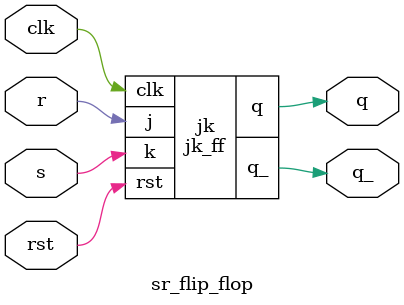
<source format=v>
module jk_ff(
	input clk,
	output q, 
	output q_,
	input k, 
	input j,
	input rst
);
	assign q_ = ~(q|k);
	assign q = ~(q_|j|(~rst));

endmodule 

module sr_flip_flop(
	input clk,
	output q, 
	output q_,
	input s, 
	input r,
	input rst
);
	
	jk_ff jk(clk, q, q_, s, r, rst);

endmodule 
</source>
